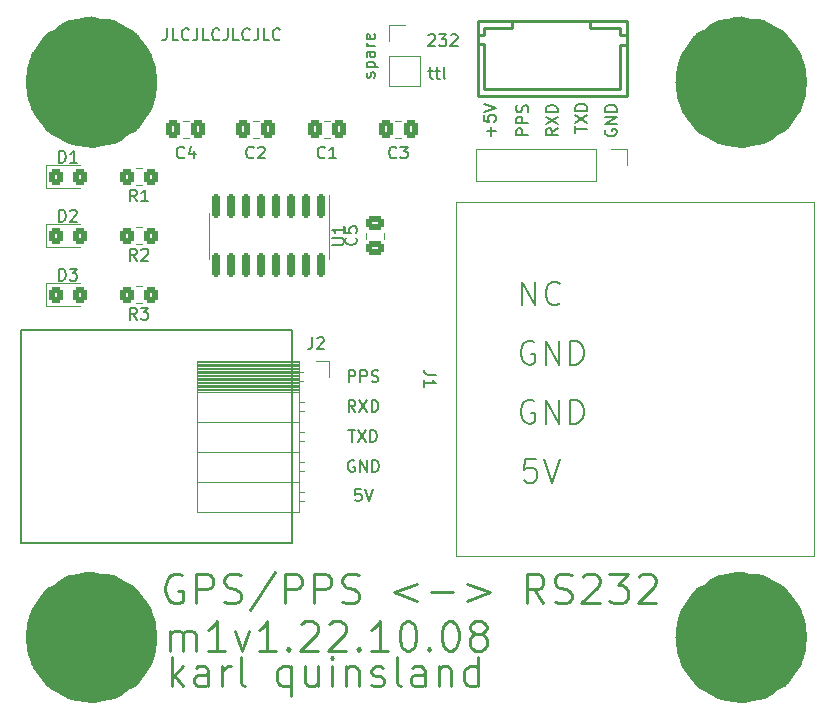
<source format=gto>
G04 #@! TF.GenerationSoftware,KiCad,Pcbnew,(6.0.8)*
G04 #@! TF.CreationDate,2022-10-08T19:14:22-07:00*
G04 #@! TF.ProjectId,opnsense-gps-pps,6f706e73-656e-4736-952d-6770732d7070,rev?*
G04 #@! TF.SameCoordinates,Original*
G04 #@! TF.FileFunction,Legend,Top*
G04 #@! TF.FilePolarity,Positive*
%FSLAX46Y46*%
G04 Gerber Fmt 4.6, Leading zero omitted, Abs format (unit mm)*
G04 Created by KiCad (PCBNEW (6.0.8)) date 2022-10-08 19:14:22*
%MOMM*%
%LPD*%
G01*
G04 APERTURE LIST*
G04 Aperture macros list*
%AMRoundRect*
0 Rectangle with rounded corners*
0 $1 Rounding radius*
0 $2 $3 $4 $5 $6 $7 $8 $9 X,Y pos of 4 corners*
0 Add a 4 corners polygon primitive as box body*
4,1,4,$2,$3,$4,$5,$6,$7,$8,$9,$2,$3,0*
0 Add four circle primitives for the rounded corners*
1,1,$1+$1,$2,$3*
1,1,$1+$1,$4,$5*
1,1,$1+$1,$6,$7*
1,1,$1+$1,$8,$9*
0 Add four rect primitives between the rounded corners*
20,1,$1+$1,$2,$3,$4,$5,0*
20,1,$1+$1,$4,$5,$6,$7,0*
20,1,$1+$1,$6,$7,$8,$9,0*
20,1,$1+$1,$8,$9,$2,$3,0*%
G04 Aperture macros list end*
%ADD10C,5.550000*%
%ADD11C,0.150000*%
%ADD12C,0.250000*%
%ADD13C,0.120000*%
%ADD14C,0.254001*%
%ADD15C,0.059995*%
%ADD16C,4.000000*%
%ADD17C,2.300000*%
%ADD18C,2.500000*%
%ADD19RoundRect,0.250000X0.350000X0.450000X-0.350000X0.450000X-0.350000X-0.450000X0.350000X-0.450000X0*%
%ADD20RoundRect,0.150000X-0.150000X0.825000X-0.150000X-0.825000X0.150000X-0.825000X0.150000X0.825000X0*%
%ADD21RoundRect,0.250000X0.337500X0.475000X-0.337500X0.475000X-0.337500X-0.475000X0.337500X-0.475000X0*%
%ADD22R,1.700000X1.700000*%
%ADD23O,1.700000X1.700000*%
%ADD24RoundRect,0.250000X-0.325000X-0.450000X0.325000X-0.450000X0.325000X0.450000X-0.325000X0.450000X0*%
%ADD25R,1.524003X1.524003*%
%ADD26C,1.524003*%
%ADD27RoundRect,0.250000X-0.337500X-0.475000X0.337500X-0.475000X0.337500X0.475000X-0.337500X0.475000X0*%
%ADD28RoundRect,0.250000X-0.475000X0.337500X-0.475000X-0.337500X0.475000X-0.337500X0.475000X0.337500X0*%
G04 APERTURE END LIST*
D10*
X72775000Y-50000000D02*
G75*
G03*
X72775000Y-50000000I-2775000J0D01*
G01*
X72775000Y-97000000D02*
G75*
G03*
X72775000Y-97000000I-2775000J0D01*
G01*
X127775000Y-97000000D02*
G75*
G03*
X127775000Y-97000000I-2775000J0D01*
G01*
D11*
X76380952Y-45452380D02*
X76380952Y-46166666D01*
X76333333Y-46309523D01*
X76238095Y-46404761D01*
X76095238Y-46452380D01*
X76000000Y-46452380D01*
X77333333Y-46452380D02*
X76857142Y-46452380D01*
X76857142Y-45452380D01*
X78238095Y-46357142D02*
X78190476Y-46404761D01*
X78047619Y-46452380D01*
X77952380Y-46452380D01*
X77809523Y-46404761D01*
X77714285Y-46309523D01*
X77666666Y-46214285D01*
X77619047Y-46023809D01*
X77619047Y-45880952D01*
X77666666Y-45690476D01*
X77714285Y-45595238D01*
X77809523Y-45500000D01*
X77952380Y-45452380D01*
X78047619Y-45452380D01*
X78190476Y-45500000D01*
X78238095Y-45547619D01*
X78952380Y-45452380D02*
X78952380Y-46166666D01*
X78904761Y-46309523D01*
X78809523Y-46404761D01*
X78666666Y-46452380D01*
X78571428Y-46452380D01*
X79904761Y-46452380D02*
X79428571Y-46452380D01*
X79428571Y-45452380D01*
X80809523Y-46357142D02*
X80761904Y-46404761D01*
X80619047Y-46452380D01*
X80523809Y-46452380D01*
X80380952Y-46404761D01*
X80285714Y-46309523D01*
X80238095Y-46214285D01*
X80190476Y-46023809D01*
X80190476Y-45880952D01*
X80238095Y-45690476D01*
X80285714Y-45595238D01*
X80380952Y-45500000D01*
X80523809Y-45452380D01*
X80619047Y-45452380D01*
X80761904Y-45500000D01*
X80809523Y-45547619D01*
X81523809Y-45452380D02*
X81523809Y-46166666D01*
X81476190Y-46309523D01*
X81380952Y-46404761D01*
X81238095Y-46452380D01*
X81142857Y-46452380D01*
X82476190Y-46452380D02*
X82000000Y-46452380D01*
X82000000Y-45452380D01*
X83380952Y-46357142D02*
X83333333Y-46404761D01*
X83190476Y-46452380D01*
X83095238Y-46452380D01*
X82952380Y-46404761D01*
X82857142Y-46309523D01*
X82809523Y-46214285D01*
X82761904Y-46023809D01*
X82761904Y-45880952D01*
X82809523Y-45690476D01*
X82857142Y-45595238D01*
X82952380Y-45500000D01*
X83095238Y-45452380D01*
X83190476Y-45452380D01*
X83333333Y-45500000D01*
X83380952Y-45547619D01*
X84095238Y-45452380D02*
X84095238Y-46166666D01*
X84047619Y-46309523D01*
X83952380Y-46404761D01*
X83809523Y-46452380D01*
X83714285Y-46452380D01*
X85047619Y-46452380D02*
X84571428Y-46452380D01*
X84571428Y-45452380D01*
X85952380Y-46357142D02*
X85904761Y-46404761D01*
X85761904Y-46452380D01*
X85666666Y-46452380D01*
X85523809Y-46404761D01*
X85428571Y-46309523D01*
X85380952Y-46214285D01*
X85333333Y-46023809D01*
X85333333Y-45880952D01*
X85380952Y-45690476D01*
X85428571Y-45595238D01*
X85523809Y-45500000D01*
X85666666Y-45452380D01*
X85761904Y-45452380D01*
X85904761Y-45500000D01*
X85952380Y-45547619D01*
X64000000Y-71000000D02*
X87000000Y-71000000D01*
X87000000Y-71000000D02*
X87000000Y-89000000D01*
X87000000Y-89000000D02*
X64000000Y-89000000D01*
X64000000Y-89000000D02*
X64000000Y-71000000D01*
D10*
X127775000Y-50000000D02*
G75*
G03*
X127775000Y-50000000I-2775000J0D01*
G01*
D11*
X93904761Y-49607142D02*
X93952380Y-49511904D01*
X93952380Y-49321428D01*
X93904761Y-49226190D01*
X93809523Y-49178571D01*
X93761904Y-49178571D01*
X93666666Y-49226190D01*
X93619047Y-49321428D01*
X93619047Y-49464285D01*
X93571428Y-49559523D01*
X93476190Y-49607142D01*
X93428571Y-49607142D01*
X93333333Y-49559523D01*
X93285714Y-49464285D01*
X93285714Y-49321428D01*
X93333333Y-49226190D01*
X93285714Y-48750000D02*
X94285714Y-48750000D01*
X93333333Y-48750000D02*
X93285714Y-48654761D01*
X93285714Y-48464285D01*
X93333333Y-48369047D01*
X93380952Y-48321428D01*
X93476190Y-48273809D01*
X93761904Y-48273809D01*
X93857142Y-48321428D01*
X93904761Y-48369047D01*
X93952380Y-48464285D01*
X93952380Y-48654761D01*
X93904761Y-48750000D01*
X93952380Y-47416666D02*
X93428571Y-47416666D01*
X93333333Y-47464285D01*
X93285714Y-47559523D01*
X93285714Y-47750000D01*
X93333333Y-47845238D01*
X93904761Y-47416666D02*
X93952380Y-47511904D01*
X93952380Y-47750000D01*
X93904761Y-47845238D01*
X93809523Y-47892857D01*
X93714285Y-47892857D01*
X93619047Y-47845238D01*
X93571428Y-47750000D01*
X93571428Y-47511904D01*
X93523809Y-47416666D01*
X93952380Y-46940476D02*
X93285714Y-46940476D01*
X93476190Y-46940476D02*
X93380952Y-46892857D01*
X93333333Y-46845238D01*
X93285714Y-46750000D01*
X93285714Y-46654761D01*
X93904761Y-45940476D02*
X93952380Y-46035714D01*
X93952380Y-46226190D01*
X93904761Y-46321428D01*
X93809523Y-46369047D01*
X93428571Y-46369047D01*
X93333333Y-46321428D01*
X93285714Y-46226190D01*
X93285714Y-46035714D01*
X93333333Y-45940476D01*
X93428571Y-45892857D01*
X93523809Y-45892857D01*
X93619047Y-46369047D01*
X109452380Y-53916666D02*
X108976190Y-54250000D01*
X109452380Y-54488095D02*
X108452380Y-54488095D01*
X108452380Y-54107142D01*
X108500000Y-54011904D01*
X108547619Y-53964285D01*
X108642857Y-53916666D01*
X108785714Y-53916666D01*
X108880952Y-53964285D01*
X108928571Y-54011904D01*
X108976190Y-54107142D01*
X108976190Y-54488095D01*
X108452380Y-53583333D02*
X109452380Y-52916666D01*
X108452380Y-52916666D02*
X109452380Y-53583333D01*
X109452380Y-52535714D02*
X108452380Y-52535714D01*
X108452380Y-52297619D01*
X108500000Y-52154761D01*
X108595238Y-52059523D01*
X108690476Y-52011904D01*
X108880952Y-51964285D01*
X109023809Y-51964285D01*
X109214285Y-52011904D01*
X109309523Y-52059523D01*
X109404761Y-52154761D01*
X109452380Y-52297619D01*
X109452380Y-52535714D01*
X92238095Y-82044975D02*
X92142857Y-81997355D01*
X92000000Y-81997355D01*
X91857142Y-82044975D01*
X91761904Y-82140213D01*
X91714285Y-82235451D01*
X91666666Y-82425927D01*
X91666666Y-82568784D01*
X91714285Y-82759260D01*
X91761904Y-82854498D01*
X91857142Y-82949736D01*
X92000000Y-82997355D01*
X92095238Y-82997355D01*
X92238095Y-82949736D01*
X92285714Y-82902117D01*
X92285714Y-82568784D01*
X92095238Y-82568784D01*
X92714285Y-82997355D02*
X92714285Y-81997355D01*
X93285714Y-82997355D01*
X93285714Y-81997355D01*
X93761904Y-82997355D02*
X93761904Y-81997355D01*
X94000000Y-81997355D01*
X94142857Y-82044975D01*
X94238095Y-82140213D01*
X94285714Y-82235451D01*
X94333333Y-82425927D01*
X94333333Y-82568784D01*
X94285714Y-82759260D01*
X94238095Y-82854498D01*
X94142857Y-82949736D01*
X94000000Y-82997355D01*
X93761904Y-82997355D01*
X107619047Y-81904761D02*
X106666666Y-81904761D01*
X106571428Y-82857142D01*
X106666666Y-82761904D01*
X106857142Y-82666666D01*
X107333333Y-82666666D01*
X107523809Y-82761904D01*
X107619047Y-82857142D01*
X107714285Y-83047619D01*
X107714285Y-83523809D01*
X107619047Y-83714285D01*
X107523809Y-83809523D01*
X107333333Y-83904761D01*
X106857142Y-83904761D01*
X106666666Y-83809523D01*
X106571428Y-83714285D01*
X108285714Y-81904761D02*
X108952380Y-83904761D01*
X109619047Y-81904761D01*
X92333333Y-77917355D02*
X92000000Y-77441165D01*
X91761904Y-77917355D02*
X91761904Y-76917355D01*
X92142857Y-76917355D01*
X92238095Y-76964975D01*
X92285714Y-77012594D01*
X92333333Y-77107832D01*
X92333333Y-77250689D01*
X92285714Y-77345927D01*
X92238095Y-77393546D01*
X92142857Y-77441165D01*
X91761904Y-77441165D01*
X92666666Y-76917355D02*
X93333333Y-77917355D01*
X93333333Y-76917355D02*
X92666666Y-77917355D01*
X93714285Y-77917355D02*
X93714285Y-76917355D01*
X93952380Y-76917355D01*
X94095238Y-76964975D01*
X94190476Y-77060213D01*
X94238095Y-77155451D01*
X94285714Y-77345927D01*
X94285714Y-77488784D01*
X94238095Y-77679260D01*
X94190476Y-77774498D01*
X94095238Y-77869736D01*
X93952380Y-77917355D01*
X93714285Y-77917355D01*
X106428571Y-68904761D02*
X106428571Y-66904761D01*
X107571428Y-68904761D01*
X107571428Y-66904761D01*
X109666666Y-68714285D02*
X109571428Y-68809523D01*
X109285714Y-68904761D01*
X109095238Y-68904761D01*
X108809523Y-68809523D01*
X108619047Y-68619047D01*
X108523809Y-68428571D01*
X108428571Y-68047619D01*
X108428571Y-67761904D01*
X108523809Y-67380952D01*
X108619047Y-67190476D01*
X108809523Y-67000000D01*
X109095238Y-66904761D01*
X109285714Y-66904761D01*
X109571428Y-67000000D01*
X109666666Y-67095238D01*
X107476190Y-72000000D02*
X107285714Y-71904761D01*
X107000000Y-71904761D01*
X106714285Y-72000000D01*
X106523809Y-72190476D01*
X106428571Y-72380952D01*
X106333333Y-72761904D01*
X106333333Y-73047619D01*
X106428571Y-73428571D01*
X106523809Y-73619047D01*
X106714285Y-73809523D01*
X107000000Y-73904761D01*
X107190476Y-73904761D01*
X107476190Y-73809523D01*
X107571428Y-73714285D01*
X107571428Y-73047619D01*
X107190476Y-73047619D01*
X108428571Y-73904761D02*
X108428571Y-71904761D01*
X109571428Y-73904761D01*
X109571428Y-71904761D01*
X110523809Y-73904761D02*
X110523809Y-71904761D01*
X111000000Y-71904761D01*
X111285714Y-72000000D01*
X111476190Y-72190476D01*
X111571428Y-72380952D01*
X111666666Y-72761904D01*
X111666666Y-73047619D01*
X111571428Y-73428571D01*
X111476190Y-73619047D01*
X111285714Y-73809523D01*
X111000000Y-73904761D01*
X110523809Y-73904761D01*
D12*
X77654761Y-91750000D02*
X77416666Y-91630952D01*
X77059523Y-91630952D01*
X76702380Y-91750000D01*
X76464285Y-91988095D01*
X76345238Y-92226190D01*
X76226190Y-92702380D01*
X76226190Y-93059523D01*
X76345238Y-93535714D01*
X76464285Y-93773809D01*
X76702380Y-94011904D01*
X77059523Y-94130952D01*
X77297619Y-94130952D01*
X77654761Y-94011904D01*
X77773809Y-93892857D01*
X77773809Y-93059523D01*
X77297619Y-93059523D01*
X78845238Y-94130952D02*
X78845238Y-91630952D01*
X79797619Y-91630952D01*
X80035714Y-91750000D01*
X80154761Y-91869047D01*
X80273809Y-92107142D01*
X80273809Y-92464285D01*
X80154761Y-92702380D01*
X80035714Y-92821428D01*
X79797619Y-92940476D01*
X78845238Y-92940476D01*
X81226190Y-94011904D02*
X81583333Y-94130952D01*
X82178571Y-94130952D01*
X82416666Y-94011904D01*
X82535714Y-93892857D01*
X82654761Y-93654761D01*
X82654761Y-93416666D01*
X82535714Y-93178571D01*
X82416666Y-93059523D01*
X82178571Y-92940476D01*
X81702380Y-92821428D01*
X81464285Y-92702380D01*
X81345238Y-92583333D01*
X81226190Y-92345238D01*
X81226190Y-92107142D01*
X81345238Y-91869047D01*
X81464285Y-91750000D01*
X81702380Y-91630952D01*
X82297619Y-91630952D01*
X82654761Y-91750000D01*
X85511904Y-91511904D02*
X83369047Y-94726190D01*
X86345238Y-94130952D02*
X86345238Y-91630952D01*
X87297619Y-91630952D01*
X87535714Y-91750000D01*
X87654761Y-91869047D01*
X87773809Y-92107142D01*
X87773809Y-92464285D01*
X87654761Y-92702380D01*
X87535714Y-92821428D01*
X87297619Y-92940476D01*
X86345238Y-92940476D01*
X88845238Y-94130952D02*
X88845238Y-91630952D01*
X89797619Y-91630952D01*
X90035714Y-91750000D01*
X90154761Y-91869047D01*
X90273809Y-92107142D01*
X90273809Y-92464285D01*
X90154761Y-92702380D01*
X90035714Y-92821428D01*
X89797619Y-92940476D01*
X88845238Y-92940476D01*
X91226190Y-94011904D02*
X91583333Y-94130952D01*
X92178571Y-94130952D01*
X92416666Y-94011904D01*
X92535714Y-93892857D01*
X92654761Y-93654761D01*
X92654761Y-93416666D01*
X92535714Y-93178571D01*
X92416666Y-93059523D01*
X92178571Y-92940476D01*
X91702380Y-92821428D01*
X91464285Y-92702380D01*
X91345238Y-92583333D01*
X91226190Y-92345238D01*
X91226190Y-92107142D01*
X91345238Y-91869047D01*
X91464285Y-91750000D01*
X91702380Y-91630952D01*
X92297619Y-91630952D01*
X92654761Y-91750000D01*
X97535714Y-92464285D02*
X95630952Y-93178571D01*
X97535714Y-93892857D01*
X98726190Y-93178571D02*
X100630952Y-93178571D01*
X101821428Y-92464285D02*
X103726190Y-93178571D01*
X101821428Y-93892857D01*
X108250000Y-94130952D02*
X107416666Y-92940476D01*
X106821428Y-94130952D02*
X106821428Y-91630952D01*
X107773809Y-91630952D01*
X108011904Y-91750000D01*
X108130952Y-91869047D01*
X108250000Y-92107142D01*
X108250000Y-92464285D01*
X108130952Y-92702380D01*
X108011904Y-92821428D01*
X107773809Y-92940476D01*
X106821428Y-92940476D01*
X109202380Y-94011904D02*
X109559523Y-94130952D01*
X110154761Y-94130952D01*
X110392857Y-94011904D01*
X110511904Y-93892857D01*
X110630952Y-93654761D01*
X110630952Y-93416666D01*
X110511904Y-93178571D01*
X110392857Y-93059523D01*
X110154761Y-92940476D01*
X109678571Y-92821428D01*
X109440476Y-92702380D01*
X109321428Y-92583333D01*
X109202380Y-92345238D01*
X109202380Y-92107142D01*
X109321428Y-91869047D01*
X109440476Y-91750000D01*
X109678571Y-91630952D01*
X110273809Y-91630952D01*
X110630952Y-91750000D01*
X111583333Y-91869047D02*
X111702380Y-91750000D01*
X111940476Y-91630952D01*
X112535714Y-91630952D01*
X112773809Y-91750000D01*
X112892857Y-91869047D01*
X113011904Y-92107142D01*
X113011904Y-92345238D01*
X112892857Y-92702380D01*
X111464285Y-94130952D01*
X113011904Y-94130952D01*
X113845238Y-91630952D02*
X115392857Y-91630952D01*
X114559523Y-92583333D01*
X114916666Y-92583333D01*
X115154761Y-92702380D01*
X115273809Y-92821428D01*
X115392857Y-93059523D01*
X115392857Y-93654761D01*
X115273809Y-93892857D01*
X115154761Y-94011904D01*
X114916666Y-94130952D01*
X114202380Y-94130952D01*
X113964285Y-94011904D01*
X113845238Y-93892857D01*
X116345238Y-91869047D02*
X116464285Y-91750000D01*
X116702380Y-91630952D01*
X117297619Y-91630952D01*
X117535714Y-91750000D01*
X117654761Y-91869047D01*
X117773809Y-92107142D01*
X117773809Y-92345238D01*
X117654761Y-92702380D01*
X116226190Y-94130952D01*
X117773809Y-94130952D01*
D11*
X91761904Y-75377355D02*
X91761904Y-74377355D01*
X92142857Y-74377355D01*
X92238095Y-74424975D01*
X92285714Y-74472594D01*
X92333333Y-74567832D01*
X92333333Y-74710689D01*
X92285714Y-74805927D01*
X92238095Y-74853546D01*
X92142857Y-74901165D01*
X91761904Y-74901165D01*
X92761904Y-75377355D02*
X92761904Y-74377355D01*
X93142857Y-74377355D01*
X93238095Y-74424975D01*
X93285714Y-74472594D01*
X93333333Y-74567832D01*
X93333333Y-74710689D01*
X93285714Y-74805927D01*
X93238095Y-74853546D01*
X93142857Y-74901165D01*
X92761904Y-74901165D01*
X93714285Y-75329736D02*
X93857142Y-75377355D01*
X94095238Y-75377355D01*
X94190476Y-75329736D01*
X94238095Y-75282117D01*
X94285714Y-75186879D01*
X94285714Y-75091641D01*
X94238095Y-74996403D01*
X94190476Y-74948784D01*
X94095238Y-74901165D01*
X93904761Y-74853546D01*
X93809523Y-74805927D01*
X93761904Y-74758308D01*
X93714285Y-74663070D01*
X93714285Y-74567832D01*
X93761904Y-74472594D01*
X93809523Y-74424975D01*
X93904761Y-74377355D01*
X94142857Y-74377355D01*
X94285714Y-74424975D01*
X110952380Y-54261904D02*
X110952380Y-53690476D01*
X111952380Y-53976190D02*
X110952380Y-53976190D01*
X110952380Y-53452380D02*
X111952380Y-52785714D01*
X110952380Y-52785714D02*
X111952380Y-53452380D01*
X111952380Y-52404761D02*
X110952380Y-52404761D01*
X110952380Y-52166666D01*
X111000000Y-52023809D01*
X111095238Y-51928571D01*
X111190476Y-51880952D01*
X111380952Y-51833333D01*
X111523809Y-51833333D01*
X111714285Y-51880952D01*
X111809523Y-51928571D01*
X111904761Y-52023809D01*
X111952380Y-52166666D01*
X111952380Y-52404761D01*
X106952380Y-54488095D02*
X105952380Y-54488095D01*
X105952380Y-54107142D01*
X106000000Y-54011904D01*
X106047619Y-53964285D01*
X106142857Y-53916666D01*
X106285714Y-53916666D01*
X106380952Y-53964285D01*
X106428571Y-54011904D01*
X106476190Y-54107142D01*
X106476190Y-54488095D01*
X106952380Y-53488095D02*
X105952380Y-53488095D01*
X105952380Y-53107142D01*
X106000000Y-53011904D01*
X106047619Y-52964285D01*
X106142857Y-52916666D01*
X106285714Y-52916666D01*
X106380952Y-52964285D01*
X106428571Y-53011904D01*
X106476190Y-53107142D01*
X106476190Y-53488095D01*
X106904761Y-52535714D02*
X106952380Y-52392857D01*
X106952380Y-52154761D01*
X106904761Y-52059523D01*
X106857142Y-52011904D01*
X106761904Y-51964285D01*
X106666666Y-51964285D01*
X106571428Y-52011904D01*
X106523809Y-52059523D01*
X106476190Y-52154761D01*
X106428571Y-52345238D01*
X106380952Y-52440476D01*
X106333333Y-52488095D01*
X106238095Y-52535714D01*
X106142857Y-52535714D01*
X106047619Y-52488095D01*
X106000000Y-52440476D01*
X105952380Y-52345238D01*
X105952380Y-52107142D01*
X106000000Y-51964285D01*
X91738095Y-79452355D02*
X92309523Y-79452355D01*
X92023809Y-80452355D02*
X92023809Y-79452355D01*
X92547619Y-79452355D02*
X93214285Y-80452355D01*
X93214285Y-79452355D02*
X92547619Y-80452355D01*
X93595238Y-80452355D02*
X93595238Y-79452355D01*
X93833333Y-79452355D01*
X93976190Y-79499975D01*
X94071428Y-79595213D01*
X94119047Y-79690451D01*
X94166666Y-79880927D01*
X94166666Y-80023784D01*
X94119047Y-80214260D01*
X94071428Y-80309498D01*
X93976190Y-80404736D01*
X93833333Y-80452355D01*
X93595238Y-80452355D01*
X98511904Y-46047619D02*
X98559523Y-46000000D01*
X98654761Y-45952380D01*
X98892857Y-45952380D01*
X98988095Y-46000000D01*
X99035714Y-46047619D01*
X99083333Y-46142857D01*
X99083333Y-46238095D01*
X99035714Y-46380952D01*
X98464285Y-46952380D01*
X99083333Y-46952380D01*
X99416666Y-45952380D02*
X100035714Y-45952380D01*
X99702380Y-46333333D01*
X99845238Y-46333333D01*
X99940476Y-46380952D01*
X99988095Y-46428571D01*
X100035714Y-46523809D01*
X100035714Y-46761904D01*
X99988095Y-46857142D01*
X99940476Y-46904761D01*
X99845238Y-46952380D01*
X99559523Y-46952380D01*
X99464285Y-46904761D01*
X99416666Y-46857142D01*
X100416666Y-46047619D02*
X100464285Y-46000000D01*
X100559523Y-45952380D01*
X100797619Y-45952380D01*
X100892857Y-46000000D01*
X100940476Y-46047619D01*
X100988095Y-46142857D01*
X100988095Y-46238095D01*
X100940476Y-46380952D01*
X100369047Y-46952380D01*
X100988095Y-46952380D01*
X103821428Y-54535714D02*
X103821428Y-53773809D01*
X104202380Y-54154761D02*
X103440476Y-54154761D01*
X103202380Y-52821428D02*
X103202380Y-53297619D01*
X103678571Y-53345238D01*
X103630952Y-53297619D01*
X103583333Y-53202380D01*
X103583333Y-52964285D01*
X103630952Y-52869047D01*
X103678571Y-52821428D01*
X103773809Y-52773809D01*
X104011904Y-52773809D01*
X104107142Y-52821428D01*
X104154761Y-52869047D01*
X104202380Y-52964285D01*
X104202380Y-53202380D01*
X104154761Y-53297619D01*
X104107142Y-53345238D01*
X103202380Y-52488095D02*
X104202380Y-52154761D01*
X103202380Y-51821428D01*
X113500000Y-54011904D02*
X113452380Y-54107142D01*
X113452380Y-54250000D01*
X113500000Y-54392857D01*
X113595238Y-54488095D01*
X113690476Y-54535714D01*
X113880952Y-54583333D01*
X114023809Y-54583333D01*
X114214285Y-54535714D01*
X114309523Y-54488095D01*
X114404761Y-54392857D01*
X114452380Y-54250000D01*
X114452380Y-54154761D01*
X114404761Y-54011904D01*
X114357142Y-53964285D01*
X114023809Y-53964285D01*
X114023809Y-54154761D01*
X114452380Y-53535714D02*
X113452380Y-53535714D01*
X114452380Y-52964285D01*
X113452380Y-52964285D01*
X114452380Y-52488095D02*
X113452380Y-52488095D01*
X113452380Y-52250000D01*
X113500000Y-52107142D01*
X113595238Y-52011904D01*
X113690476Y-51964285D01*
X113880952Y-51916666D01*
X114023809Y-51916666D01*
X114214285Y-51964285D01*
X114309523Y-52011904D01*
X114404761Y-52107142D01*
X114452380Y-52250000D01*
X114452380Y-52488095D01*
D12*
X76666666Y-98130952D02*
X76666666Y-96464285D01*
X76666666Y-96702380D02*
X76785714Y-96583333D01*
X77023809Y-96464285D01*
X77380952Y-96464285D01*
X77619047Y-96583333D01*
X77738095Y-96821428D01*
X77738095Y-98130952D01*
X77738095Y-96821428D02*
X77857142Y-96583333D01*
X78095238Y-96464285D01*
X78452380Y-96464285D01*
X78690476Y-96583333D01*
X78809523Y-96821428D01*
X78809523Y-98130952D01*
X81309523Y-98130952D02*
X79880952Y-98130952D01*
X80595238Y-98130952D02*
X80595238Y-95630952D01*
X80357142Y-95988095D01*
X80119047Y-96226190D01*
X79880952Y-96345238D01*
X82142857Y-96464285D02*
X82738095Y-98130952D01*
X83333333Y-96464285D01*
X85595238Y-98130952D02*
X84166666Y-98130952D01*
X84880952Y-98130952D02*
X84880952Y-95630952D01*
X84642857Y-95988095D01*
X84404761Y-96226190D01*
X84166666Y-96345238D01*
X86666666Y-97892857D02*
X86785714Y-98011904D01*
X86666666Y-98130952D01*
X86547619Y-98011904D01*
X86666666Y-97892857D01*
X86666666Y-98130952D01*
X87738095Y-95869047D02*
X87857142Y-95750000D01*
X88095238Y-95630952D01*
X88690476Y-95630952D01*
X88928571Y-95750000D01*
X89047619Y-95869047D01*
X89166666Y-96107142D01*
X89166666Y-96345238D01*
X89047619Y-96702380D01*
X87619047Y-98130952D01*
X89166666Y-98130952D01*
X90119047Y-95869047D02*
X90238095Y-95750000D01*
X90476190Y-95630952D01*
X91071428Y-95630952D01*
X91309523Y-95750000D01*
X91428571Y-95869047D01*
X91547619Y-96107142D01*
X91547619Y-96345238D01*
X91428571Y-96702380D01*
X90000000Y-98130952D01*
X91547619Y-98130952D01*
X92619047Y-97892857D02*
X92738095Y-98011904D01*
X92619047Y-98130952D01*
X92500000Y-98011904D01*
X92619047Y-97892857D01*
X92619047Y-98130952D01*
X95119047Y-98130952D02*
X93690476Y-98130952D01*
X94404761Y-98130952D02*
X94404761Y-95630952D01*
X94166666Y-95988095D01*
X93928571Y-96226190D01*
X93690476Y-96345238D01*
X96666666Y-95630952D02*
X96904761Y-95630952D01*
X97142857Y-95750000D01*
X97261904Y-95869047D01*
X97380952Y-96107142D01*
X97500000Y-96583333D01*
X97500000Y-97178571D01*
X97380952Y-97654761D01*
X97261904Y-97892857D01*
X97142857Y-98011904D01*
X96904761Y-98130952D01*
X96666666Y-98130952D01*
X96428571Y-98011904D01*
X96309523Y-97892857D01*
X96190476Y-97654761D01*
X96071428Y-97178571D01*
X96071428Y-96583333D01*
X96190476Y-96107142D01*
X96309523Y-95869047D01*
X96428571Y-95750000D01*
X96666666Y-95630952D01*
X98571428Y-97892857D02*
X98690476Y-98011904D01*
X98571428Y-98130952D01*
X98452380Y-98011904D01*
X98571428Y-97892857D01*
X98571428Y-98130952D01*
X100238095Y-95630952D02*
X100476190Y-95630952D01*
X100714285Y-95750000D01*
X100833333Y-95869047D01*
X100952380Y-96107142D01*
X101071428Y-96583333D01*
X101071428Y-97178571D01*
X100952380Y-97654761D01*
X100833333Y-97892857D01*
X100714285Y-98011904D01*
X100476190Y-98130952D01*
X100238095Y-98130952D01*
X100000000Y-98011904D01*
X99880952Y-97892857D01*
X99761904Y-97654761D01*
X99642857Y-97178571D01*
X99642857Y-96583333D01*
X99761904Y-96107142D01*
X99880952Y-95869047D01*
X100000000Y-95750000D01*
X100238095Y-95630952D01*
X102500000Y-96702380D02*
X102261904Y-96583333D01*
X102142857Y-96464285D01*
X102023809Y-96226190D01*
X102023809Y-96107142D01*
X102142857Y-95869047D01*
X102261904Y-95750000D01*
X102500000Y-95630952D01*
X102976190Y-95630952D01*
X103214285Y-95750000D01*
X103333333Y-95869047D01*
X103452380Y-96107142D01*
X103452380Y-96226190D01*
X103333333Y-96464285D01*
X103214285Y-96583333D01*
X102976190Y-96702380D01*
X102500000Y-96702380D01*
X102261904Y-96821428D01*
X102142857Y-96940476D01*
X102023809Y-97178571D01*
X102023809Y-97654761D01*
X102142857Y-97892857D01*
X102261904Y-98011904D01*
X102500000Y-98130952D01*
X102976190Y-98130952D01*
X103214285Y-98011904D01*
X103333333Y-97892857D01*
X103452380Y-97654761D01*
X103452380Y-97178571D01*
X103333333Y-96940476D01*
X103214285Y-96821428D01*
X102976190Y-96702380D01*
D11*
X107476190Y-77000000D02*
X107285714Y-76904761D01*
X107000000Y-76904761D01*
X106714285Y-77000000D01*
X106523809Y-77190476D01*
X106428571Y-77380952D01*
X106333333Y-77761904D01*
X106333333Y-78047619D01*
X106428571Y-78428571D01*
X106523809Y-78619047D01*
X106714285Y-78809523D01*
X107000000Y-78904761D01*
X107190476Y-78904761D01*
X107476190Y-78809523D01*
X107571428Y-78714285D01*
X107571428Y-78047619D01*
X107190476Y-78047619D01*
X108428571Y-78904761D02*
X108428571Y-76904761D01*
X109571428Y-78904761D01*
X109571428Y-76904761D01*
X110523809Y-78904761D02*
X110523809Y-76904761D01*
X111000000Y-76904761D01*
X111285714Y-77000000D01*
X111476190Y-77190476D01*
X111571428Y-77380952D01*
X111666666Y-77761904D01*
X111666666Y-78047619D01*
X111571428Y-78428571D01*
X111476190Y-78619047D01*
X111285714Y-78809523D01*
X111000000Y-78904761D01*
X110523809Y-78904761D01*
X92809523Y-84452380D02*
X92333333Y-84452380D01*
X92285714Y-84928571D01*
X92333333Y-84880952D01*
X92428571Y-84833333D01*
X92666666Y-84833333D01*
X92761904Y-84880952D01*
X92809523Y-84928571D01*
X92857142Y-85023809D01*
X92857142Y-85261904D01*
X92809523Y-85357142D01*
X92761904Y-85404761D01*
X92666666Y-85452380D01*
X92428571Y-85452380D01*
X92333333Y-85404761D01*
X92285714Y-85357142D01*
X93142857Y-84452380D02*
X93476190Y-85452380D01*
X93809523Y-84452380D01*
X98511904Y-49035714D02*
X98892857Y-49035714D01*
X98654761Y-48702380D02*
X98654761Y-49559523D01*
X98702380Y-49654761D01*
X98797619Y-49702380D01*
X98892857Y-49702380D01*
X99083333Y-49035714D02*
X99464285Y-49035714D01*
X99226190Y-48702380D02*
X99226190Y-49559523D01*
X99273809Y-49654761D01*
X99369047Y-49702380D01*
X99464285Y-49702380D01*
X99940476Y-49702380D02*
X99845238Y-49654761D01*
X99797619Y-49559523D01*
X99797619Y-48702380D01*
D12*
X76773809Y-101130952D02*
X76773809Y-98630952D01*
X77011904Y-100178571D02*
X77726190Y-101130952D01*
X77726190Y-99464285D02*
X76773809Y-100416666D01*
X79869047Y-101130952D02*
X79869047Y-99821428D01*
X79750000Y-99583333D01*
X79511904Y-99464285D01*
X79035714Y-99464285D01*
X78797619Y-99583333D01*
X79869047Y-101011904D02*
X79630952Y-101130952D01*
X79035714Y-101130952D01*
X78797619Y-101011904D01*
X78678571Y-100773809D01*
X78678571Y-100535714D01*
X78797619Y-100297619D01*
X79035714Y-100178571D01*
X79630952Y-100178571D01*
X79869047Y-100059523D01*
X81059523Y-101130952D02*
X81059523Y-99464285D01*
X81059523Y-99940476D02*
X81178571Y-99702380D01*
X81297619Y-99583333D01*
X81535714Y-99464285D01*
X81773809Y-99464285D01*
X82964285Y-101130952D02*
X82726190Y-101011904D01*
X82607142Y-100773809D01*
X82607142Y-98630952D01*
X86892857Y-99464285D02*
X86892857Y-101964285D01*
X86892857Y-101011904D02*
X86654761Y-101130952D01*
X86178571Y-101130952D01*
X85940476Y-101011904D01*
X85821428Y-100892857D01*
X85702380Y-100654761D01*
X85702380Y-99940476D01*
X85821428Y-99702380D01*
X85940476Y-99583333D01*
X86178571Y-99464285D01*
X86654761Y-99464285D01*
X86892857Y-99583333D01*
X89154761Y-99464285D02*
X89154761Y-101130952D01*
X88083333Y-99464285D02*
X88083333Y-100773809D01*
X88202380Y-101011904D01*
X88440476Y-101130952D01*
X88797619Y-101130952D01*
X89035714Y-101011904D01*
X89154761Y-100892857D01*
X90345238Y-101130952D02*
X90345238Y-99464285D01*
X90345238Y-98630952D02*
X90226190Y-98750000D01*
X90345238Y-98869047D01*
X90464285Y-98750000D01*
X90345238Y-98630952D01*
X90345238Y-98869047D01*
X91535714Y-99464285D02*
X91535714Y-101130952D01*
X91535714Y-99702380D02*
X91654761Y-99583333D01*
X91892857Y-99464285D01*
X92250000Y-99464285D01*
X92488095Y-99583333D01*
X92607142Y-99821428D01*
X92607142Y-101130952D01*
X93678571Y-101011904D02*
X93916666Y-101130952D01*
X94392857Y-101130952D01*
X94630952Y-101011904D01*
X94750000Y-100773809D01*
X94750000Y-100654761D01*
X94630952Y-100416666D01*
X94392857Y-100297619D01*
X94035714Y-100297619D01*
X93797619Y-100178571D01*
X93678571Y-99940476D01*
X93678571Y-99821428D01*
X93797619Y-99583333D01*
X94035714Y-99464285D01*
X94392857Y-99464285D01*
X94630952Y-99583333D01*
X96178571Y-101130952D02*
X95940476Y-101011904D01*
X95821428Y-100773809D01*
X95821428Y-98630952D01*
X98202380Y-101130952D02*
X98202380Y-99821428D01*
X98083333Y-99583333D01*
X97845238Y-99464285D01*
X97369047Y-99464285D01*
X97130952Y-99583333D01*
X98202380Y-101011904D02*
X97964285Y-101130952D01*
X97369047Y-101130952D01*
X97130952Y-101011904D01*
X97011904Y-100773809D01*
X97011904Y-100535714D01*
X97130952Y-100297619D01*
X97369047Y-100178571D01*
X97964285Y-100178571D01*
X98202380Y-100059523D01*
X99392857Y-99464285D02*
X99392857Y-101130952D01*
X99392857Y-99702380D02*
X99511904Y-99583333D01*
X99750000Y-99464285D01*
X100107142Y-99464285D01*
X100345238Y-99583333D01*
X100464285Y-99821428D01*
X100464285Y-101130952D01*
X102726190Y-101130952D02*
X102726190Y-98630952D01*
X102726190Y-101011904D02*
X102488095Y-101130952D01*
X102011904Y-101130952D01*
X101773809Y-101011904D01*
X101654761Y-100892857D01*
X101535714Y-100654761D01*
X101535714Y-99940476D01*
X101654761Y-99702380D01*
X101773809Y-99583333D01*
X102011904Y-99464285D01*
X102488095Y-99464285D01*
X102726190Y-99583333D01*
D11*
X99172619Y-74791666D02*
X98458333Y-74791666D01*
X98315476Y-74744047D01*
X98220238Y-74648809D01*
X98172619Y-74505952D01*
X98172619Y-74410714D01*
X98172619Y-75791666D02*
X98172619Y-75220238D01*
X98172619Y-75505952D02*
X99172619Y-75505952D01*
X99029761Y-75410714D01*
X98934523Y-75315476D01*
X98886904Y-75220238D01*
X73833333Y-65102380D02*
X73500000Y-64626190D01*
X73261904Y-65102380D02*
X73261904Y-64102380D01*
X73642857Y-64102380D01*
X73738095Y-64150000D01*
X73785714Y-64197619D01*
X73833333Y-64292857D01*
X73833333Y-64435714D01*
X73785714Y-64530952D01*
X73738095Y-64578571D01*
X73642857Y-64626190D01*
X73261904Y-64626190D01*
X74214285Y-64197619D02*
X74261904Y-64150000D01*
X74357142Y-64102380D01*
X74595238Y-64102380D01*
X74690476Y-64150000D01*
X74738095Y-64197619D01*
X74785714Y-64292857D01*
X74785714Y-64388095D01*
X74738095Y-64530952D01*
X74166666Y-65102380D01*
X74785714Y-65102380D01*
X90352380Y-63761904D02*
X91161904Y-63761904D01*
X91257142Y-63714285D01*
X91304761Y-63666666D01*
X91352380Y-63571428D01*
X91352380Y-63380952D01*
X91304761Y-63285714D01*
X91257142Y-63238095D01*
X91161904Y-63190476D01*
X90352380Y-63190476D01*
X91352380Y-62190476D02*
X91352380Y-62761904D01*
X91352380Y-62476190D02*
X90352380Y-62476190D01*
X90495238Y-62571428D01*
X90590476Y-62666666D01*
X90638095Y-62761904D01*
X95795833Y-56357142D02*
X95748214Y-56404761D01*
X95605357Y-56452380D01*
X95510119Y-56452380D01*
X95367261Y-56404761D01*
X95272023Y-56309523D01*
X95224404Y-56214285D01*
X95176785Y-56023809D01*
X95176785Y-55880952D01*
X95224404Y-55690476D01*
X95272023Y-55595238D01*
X95367261Y-55500000D01*
X95510119Y-55452380D01*
X95605357Y-55452380D01*
X95748214Y-55500000D01*
X95795833Y-55547619D01*
X96129166Y-55452380D02*
X96748214Y-55452380D01*
X96414880Y-55833333D01*
X96557738Y-55833333D01*
X96652976Y-55880952D01*
X96700595Y-55928571D01*
X96748214Y-56023809D01*
X96748214Y-56261904D01*
X96700595Y-56357142D01*
X96652976Y-56404761D01*
X96557738Y-56452380D01*
X96272023Y-56452380D01*
X96176785Y-56404761D01*
X96129166Y-56357142D01*
X73833333Y-70102380D02*
X73500000Y-69626190D01*
X73261904Y-70102380D02*
X73261904Y-69102380D01*
X73642857Y-69102380D01*
X73738095Y-69150000D01*
X73785714Y-69197619D01*
X73833333Y-69292857D01*
X73833333Y-69435714D01*
X73785714Y-69530952D01*
X73738095Y-69578571D01*
X73642857Y-69626190D01*
X73261904Y-69626190D01*
X74166666Y-69102380D02*
X74785714Y-69102380D01*
X74452380Y-69483333D01*
X74595238Y-69483333D01*
X74690476Y-69530952D01*
X74738095Y-69578571D01*
X74785714Y-69673809D01*
X74785714Y-69911904D01*
X74738095Y-70007142D01*
X74690476Y-70054761D01*
X74595238Y-70102380D01*
X74309523Y-70102380D01*
X74214285Y-70054761D01*
X74166666Y-70007142D01*
X67236904Y-61802380D02*
X67236904Y-60802380D01*
X67475000Y-60802380D01*
X67617857Y-60850000D01*
X67713095Y-60945238D01*
X67760714Y-61040476D01*
X67808333Y-61230952D01*
X67808333Y-61373809D01*
X67760714Y-61564285D01*
X67713095Y-61659523D01*
X67617857Y-61754761D01*
X67475000Y-61802380D01*
X67236904Y-61802380D01*
X68189285Y-60897619D02*
X68236904Y-60850000D01*
X68332142Y-60802380D01*
X68570238Y-60802380D01*
X68665476Y-60850000D01*
X68713095Y-60897619D01*
X68760714Y-60992857D01*
X68760714Y-61088095D01*
X68713095Y-61230952D01*
X68141666Y-61802380D01*
X68760714Y-61802380D01*
X67236904Y-56802380D02*
X67236904Y-55802380D01*
X67475000Y-55802380D01*
X67617857Y-55850000D01*
X67713095Y-55945238D01*
X67760714Y-56040476D01*
X67808333Y-56230952D01*
X67808333Y-56373809D01*
X67760714Y-56564285D01*
X67713095Y-56659523D01*
X67617857Y-56754761D01*
X67475000Y-56802380D01*
X67236904Y-56802380D01*
X68760714Y-56802380D02*
X68189285Y-56802380D01*
X68475000Y-56802380D02*
X68475000Y-55802380D01*
X68379761Y-55945238D01*
X68284523Y-56040476D01*
X68189285Y-56088095D01*
X83720833Y-56357142D02*
X83673214Y-56404761D01*
X83530357Y-56452380D01*
X83435119Y-56452380D01*
X83292261Y-56404761D01*
X83197023Y-56309523D01*
X83149404Y-56214285D01*
X83101785Y-56023809D01*
X83101785Y-55880952D01*
X83149404Y-55690476D01*
X83197023Y-55595238D01*
X83292261Y-55500000D01*
X83435119Y-55452380D01*
X83530357Y-55452380D01*
X83673214Y-55500000D01*
X83720833Y-55547619D01*
X84101785Y-55547619D02*
X84149404Y-55500000D01*
X84244642Y-55452380D01*
X84482738Y-55452380D01*
X84577976Y-55500000D01*
X84625595Y-55547619D01*
X84673214Y-55642857D01*
X84673214Y-55738095D01*
X84625595Y-55880952D01*
X84054166Y-56452380D01*
X84673214Y-56452380D01*
X67236904Y-66802380D02*
X67236904Y-65802380D01*
X67475000Y-65802380D01*
X67617857Y-65850000D01*
X67713095Y-65945238D01*
X67760714Y-66040476D01*
X67808333Y-66230952D01*
X67808333Y-66373809D01*
X67760714Y-66564285D01*
X67713095Y-66659523D01*
X67617857Y-66754761D01*
X67475000Y-66802380D01*
X67236904Y-66802380D01*
X68141666Y-65802380D02*
X68760714Y-65802380D01*
X68427380Y-66183333D01*
X68570238Y-66183333D01*
X68665476Y-66230952D01*
X68713095Y-66278571D01*
X68760714Y-66373809D01*
X68760714Y-66611904D01*
X68713095Y-66707142D01*
X68665476Y-66754761D01*
X68570238Y-66802380D01*
X68284523Y-66802380D01*
X68189285Y-66754761D01*
X68141666Y-66707142D01*
X89758333Y-56357142D02*
X89710714Y-56404761D01*
X89567857Y-56452380D01*
X89472619Y-56452380D01*
X89329761Y-56404761D01*
X89234523Y-56309523D01*
X89186904Y-56214285D01*
X89139285Y-56023809D01*
X89139285Y-55880952D01*
X89186904Y-55690476D01*
X89234523Y-55595238D01*
X89329761Y-55500000D01*
X89472619Y-55452380D01*
X89567857Y-55452380D01*
X89710714Y-55500000D01*
X89758333Y-55547619D01*
X90710714Y-56452380D02*
X90139285Y-56452380D01*
X90425000Y-56452380D02*
X90425000Y-55452380D01*
X90329761Y-55595238D01*
X90234523Y-55690476D01*
X90139285Y-55738095D01*
X88666666Y-71607380D02*
X88666666Y-72321666D01*
X88619047Y-72464523D01*
X88523809Y-72559761D01*
X88380952Y-72607380D01*
X88285714Y-72607380D01*
X89095238Y-71702619D02*
X89142857Y-71655000D01*
X89238095Y-71607380D01*
X89476190Y-71607380D01*
X89571428Y-71655000D01*
X89619047Y-71702619D01*
X89666666Y-71797857D01*
X89666666Y-71893095D01*
X89619047Y-72035952D01*
X89047619Y-72607380D01*
X89666666Y-72607380D01*
X77833333Y-56357142D02*
X77785714Y-56404761D01*
X77642857Y-56452380D01*
X77547619Y-56452380D01*
X77404761Y-56404761D01*
X77309523Y-56309523D01*
X77261904Y-56214285D01*
X77214285Y-56023809D01*
X77214285Y-55880952D01*
X77261904Y-55690476D01*
X77309523Y-55595238D01*
X77404761Y-55500000D01*
X77547619Y-55452380D01*
X77642857Y-55452380D01*
X77785714Y-55500000D01*
X77833333Y-55547619D01*
X78690476Y-55785714D02*
X78690476Y-56452380D01*
X78452380Y-55404761D02*
X78214285Y-56119047D01*
X78833333Y-56119047D01*
X73833333Y-60102380D02*
X73500000Y-59626190D01*
X73261904Y-60102380D02*
X73261904Y-59102380D01*
X73642857Y-59102380D01*
X73738095Y-59150000D01*
X73785714Y-59197619D01*
X73833333Y-59292857D01*
X73833333Y-59435714D01*
X73785714Y-59530952D01*
X73738095Y-59578571D01*
X73642857Y-59626190D01*
X73261904Y-59626190D01*
X74785714Y-60102380D02*
X74214285Y-60102380D01*
X74500000Y-60102380D02*
X74500000Y-59102380D01*
X74404761Y-59245238D01*
X74309523Y-59340476D01*
X74214285Y-59388095D01*
X92357142Y-63166666D02*
X92404761Y-63214285D01*
X92452380Y-63357142D01*
X92452380Y-63452380D01*
X92404761Y-63595238D01*
X92309523Y-63690476D01*
X92214285Y-63738095D01*
X92023809Y-63785714D01*
X91880952Y-63785714D01*
X91690476Y-63738095D01*
X91595238Y-63690476D01*
X91500000Y-63595238D01*
X91452380Y-63452380D01*
X91452380Y-63357142D01*
X91500000Y-63214285D01*
X91547619Y-63166666D01*
X91452380Y-62261904D02*
X91452380Y-62738095D01*
X91928571Y-62785714D01*
X91880952Y-62738095D01*
X91833333Y-62642857D01*
X91833333Y-62404761D01*
X91880952Y-62309523D01*
X91928571Y-62261904D01*
X92023809Y-62214285D01*
X92261904Y-62214285D01*
X92357142Y-62261904D01*
X92404761Y-62309523D01*
X92452380Y-62404761D01*
X92452380Y-62642857D01*
X92404761Y-62738095D01*
X92357142Y-62785714D01*
D13*
X131125000Y-60125000D02*
X100875000Y-60125000D01*
X100875000Y-60125000D02*
X100875000Y-90125000D01*
X100875000Y-90125000D02*
X131125000Y-90125000D01*
X131125000Y-90125000D02*
X131125000Y-60125000D01*
X74227064Y-63735000D02*
X73772936Y-63735000D01*
X74227064Y-62265000D02*
X73772936Y-62265000D01*
X79940000Y-63000000D02*
X79940000Y-64950000D01*
X79940000Y-63000000D02*
X79940000Y-61050000D01*
X90060000Y-63000000D02*
X90060000Y-64950000D01*
X90060000Y-63000000D02*
X90060000Y-59550000D01*
X96223752Y-53265000D02*
X95701248Y-53265000D01*
X96223752Y-54735000D02*
X95701248Y-54735000D01*
X74227064Y-67265000D02*
X73772936Y-67265000D01*
X74227064Y-68735000D02*
X73772936Y-68735000D01*
X95170000Y-45145000D02*
X96500000Y-45145000D01*
X95170000Y-50345000D02*
X97830000Y-50345000D01*
X95170000Y-47745000D02*
X97830000Y-47745000D01*
X95170000Y-47745000D02*
X95170000Y-50345000D01*
X95170000Y-46475000D02*
X95170000Y-45145000D01*
X97830000Y-47745000D02*
X97830000Y-50345000D01*
X66115000Y-63960000D02*
X68975000Y-63960000D01*
X68975000Y-62040000D02*
X66115000Y-62040000D01*
X66115000Y-62040000D02*
X66115000Y-63960000D01*
X66115000Y-57040000D02*
X66115000Y-58960000D01*
X66115000Y-58960000D02*
X68975000Y-58960000D01*
X68975000Y-57040000D02*
X66115000Y-57040000D01*
X84148752Y-53265000D02*
X83626248Y-53265000D01*
X84148752Y-54735000D02*
X83626248Y-54735000D01*
X68975000Y-67040000D02*
X66115000Y-67040000D01*
X66115000Y-68960000D02*
X68975000Y-68960000D01*
X66115000Y-67040000D02*
X66115000Y-68960000D01*
X90186252Y-54735000D02*
X89663748Y-54735000D01*
X90186252Y-53265000D02*
X89663748Y-53265000D01*
D14*
X114700000Y-46839040D02*
X114700000Y-50600000D01*
X102674981Y-44824994D02*
X115325019Y-44824994D01*
X103200000Y-50600000D02*
X103200000Y-46800000D01*
X114700000Y-45400000D02*
X112200000Y-45400000D01*
X103200000Y-46800000D02*
X102674981Y-46800000D01*
X102674981Y-51175006D02*
X102674981Y-44824994D01*
X115325019Y-51175006D02*
X115325019Y-44824994D01*
X114700000Y-46012344D02*
X114700000Y-45400000D01*
X115325019Y-46012344D02*
X114700000Y-46012344D01*
X115325019Y-46839040D02*
X114700000Y-46839040D01*
X114700000Y-50600000D02*
X103200000Y-50600000D01*
X102674981Y-51175006D02*
X115325019Y-51175006D01*
X103200000Y-46048616D02*
X103200000Y-45400000D01*
X103200000Y-45400000D02*
X105579858Y-45400000D01*
X105579858Y-45400000D02*
X105579858Y-44824994D01*
X102674981Y-46048616D02*
X103200000Y-46048616D01*
X112200000Y-45400000D02*
X112200000Y-45000000D01*
X102674981Y-46800000D02*
X102674981Y-46802159D01*
D15*
X115357835Y-44901067D02*
G75*
G03*
X115357835Y-44901067I-29997J0D01*
G01*
D13*
X102510000Y-55670000D02*
X102510000Y-58330000D01*
X112730000Y-55670000D02*
X112730000Y-58330000D01*
X112730000Y-55670000D02*
X102510000Y-55670000D01*
X112730000Y-58330000D02*
X102510000Y-58330000D01*
X115330000Y-55670000D02*
X115330000Y-57000000D01*
X114000000Y-55670000D02*
X115330000Y-55670000D01*
X78910000Y-76076900D02*
X87540000Y-76076900D01*
X87540000Y-84725000D02*
X87950000Y-84725000D01*
X78910000Y-74069285D02*
X87540000Y-74069285D01*
X78910000Y-74305475D02*
X87540000Y-74305475D01*
X78910000Y-75840710D02*
X87540000Y-75840710D01*
X87540000Y-74565000D02*
X87890000Y-74565000D01*
X78910000Y-75014045D02*
X87540000Y-75014045D01*
X78910000Y-74777855D02*
X87540000Y-74777855D01*
X78910000Y-74659760D02*
X87540000Y-74659760D01*
X78910000Y-75250235D02*
X87540000Y-75250235D01*
X78910000Y-74423570D02*
X87540000Y-74423570D01*
X78910000Y-74187380D02*
X87540000Y-74187380D01*
X87540000Y-79645000D02*
X87950000Y-79645000D01*
X78910000Y-75604520D02*
X87540000Y-75604520D01*
X87540000Y-75285000D02*
X87890000Y-75285000D01*
X78910000Y-74895950D02*
X87540000Y-74895950D01*
X78910000Y-86415000D02*
X87540000Y-86415000D01*
X87540000Y-80365000D02*
X87950000Y-80365000D01*
X78910000Y-75368330D02*
X87540000Y-75368330D01*
X89000000Y-73595000D02*
X90110000Y-73595000D01*
X78910000Y-73595000D02*
X87540000Y-73595000D01*
X87540000Y-77825000D02*
X87950000Y-77825000D01*
X78910000Y-75958805D02*
X87540000Y-75958805D01*
X78910000Y-81275000D02*
X87540000Y-81275000D01*
X78910000Y-76195000D02*
X87540000Y-76195000D01*
X78910000Y-73951190D02*
X87540000Y-73951190D01*
X87540000Y-82185000D02*
X87950000Y-82185000D01*
X78910000Y-75722615D02*
X87540000Y-75722615D01*
X87540000Y-77105000D02*
X87950000Y-77105000D01*
X87540000Y-82905000D02*
X87950000Y-82905000D01*
X78910000Y-73595000D02*
X78910000Y-86415000D01*
X78910000Y-83815000D02*
X87540000Y-83815000D01*
X90110000Y-73595000D02*
X90110000Y-74925000D01*
X87540000Y-73595000D02*
X87540000Y-86415000D01*
X78910000Y-74541665D02*
X87540000Y-74541665D01*
X78910000Y-73715000D02*
X87540000Y-73715000D01*
X78910000Y-75132140D02*
X87540000Y-75132140D01*
X78910000Y-73833095D02*
X87540000Y-73833095D01*
X87540000Y-85445000D02*
X87950000Y-85445000D01*
X78910000Y-78735000D02*
X87540000Y-78735000D01*
X78910000Y-75486425D02*
X87540000Y-75486425D01*
X77701248Y-53265000D02*
X78223752Y-53265000D01*
X77701248Y-54735000D02*
X78223752Y-54735000D01*
X74227064Y-58735000D02*
X73772936Y-58735000D01*
X74227064Y-57265000D02*
X73772936Y-57265000D01*
X93265000Y-62738748D02*
X93265000Y-63261252D01*
X94735000Y-62738748D02*
X94735000Y-63261252D01*
%LPC*%
D16*
X123625000Y-80275000D03*
D17*
X110625000Y-64625000D03*
X110625000Y-85625000D03*
D16*
X123625000Y-69975000D03*
D18*
X103625000Y-67505000D03*
X103625000Y-72585000D03*
X103625000Y-77665000D03*
X103625000Y-82745000D03*
D19*
X75000000Y-63000000D03*
X73000000Y-63000000D03*
D20*
X89445000Y-60525000D03*
X88175000Y-60525000D03*
X86905000Y-60525000D03*
X85635000Y-60525000D03*
X84365000Y-60525000D03*
X83095000Y-60525000D03*
X81825000Y-60525000D03*
X80555000Y-60525000D03*
X80555000Y-65475000D03*
X81825000Y-65475000D03*
X83095000Y-65475000D03*
X84365000Y-65475000D03*
X85635000Y-65475000D03*
X86905000Y-65475000D03*
X88175000Y-65475000D03*
X89445000Y-65475000D03*
D21*
X97000000Y-54000000D03*
X94925000Y-54000000D03*
D19*
X75000000Y-68000000D03*
X73000000Y-68000000D03*
D22*
X96500000Y-46475000D03*
D23*
X96500000Y-49015000D03*
D24*
X66950000Y-63000000D03*
X69000000Y-63000000D03*
X66950000Y-58000000D03*
X69000000Y-58000000D03*
D21*
X84925000Y-54000000D03*
X82850000Y-54000000D03*
D24*
X66950000Y-68000000D03*
X69000000Y-68000000D03*
D21*
X90962500Y-54000000D03*
X88887500Y-54000000D03*
D25*
X113000025Y-47000000D03*
D26*
X113000025Y-49000000D03*
X111000025Y-47000000D03*
X111000025Y-49000000D03*
X109000025Y-47000000D03*
X109000025Y-49000000D03*
X107000025Y-47000000D03*
X107000025Y-49000000D03*
X105000025Y-47000000D03*
X105000025Y-49000000D03*
D22*
X114000000Y-57000000D03*
D23*
X111460000Y-57000000D03*
X108920000Y-57000000D03*
X106380000Y-57000000D03*
X103840000Y-57000000D03*
D22*
X89000000Y-74925000D03*
D23*
X89000000Y-77465000D03*
X89000000Y-80005000D03*
X89000000Y-82545000D03*
X89000000Y-85085000D03*
D27*
X76925000Y-54000000D03*
X79000000Y-54000000D03*
D19*
X75000000Y-58000000D03*
X73000000Y-58000000D03*
D28*
X94000000Y-61962500D03*
X94000000Y-64037500D03*
M02*

</source>
